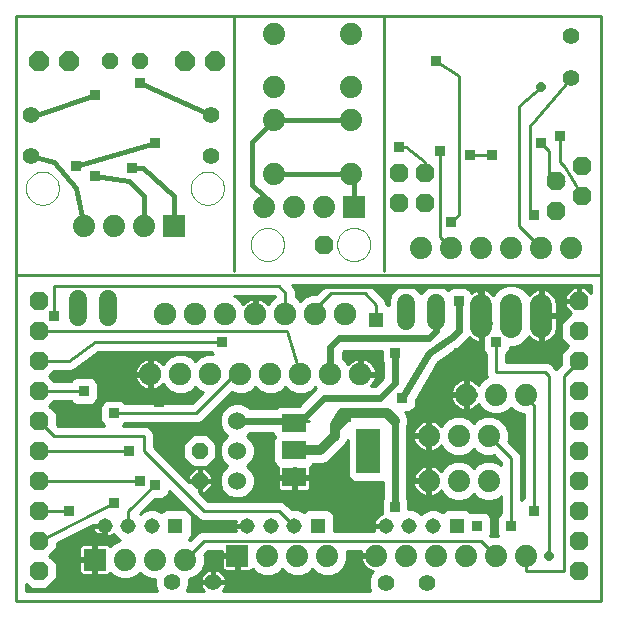
<source format=gbl>
G75*
G70*
%OFA0B0*%
%FSLAX24Y24*%
%IPPOS*%
%LPD*%
%AMOC8*
5,1,8,0,0,1.08239X$1,22.5*
%
%ADD10C,0.0000*%
%ADD11C,0.0100*%
%ADD12C,0.0748*%
%ADD13OC8,0.0630*%
%ADD14C,0.0600*%
%ADD15OC8,0.0520*%
%ADD16R,0.0790X0.0590*%
%ADD17R,0.0790X0.1500*%
%ADD18C,0.0600*%
%ADD19OC8,0.0660*%
%ADD20C,0.0740*%
%ADD21R,0.0515X0.0515*%
%ADD22C,0.0515*%
%ADD23C,0.0740*%
%ADD24R,0.0740X0.0740*%
%ADD25C,0.0551*%
%ADD26C,0.0240*%
%ADD27R,0.0317X0.0317*%
%ADD28R,0.0356X0.0356*%
%ADD29C,0.0320*%
%ADD30R,0.0472X0.0472*%
%ADD31OC8,0.0317*%
%ADD32C,0.0160*%
D10*
X000750Y000138D02*
X000750Y010995D01*
X020252Y010995D01*
X020252Y000138D01*
X000750Y000138D01*
X000750Y000150D02*
X000750Y019650D01*
X020250Y019650D01*
X020250Y000150D01*
X000750Y000150D01*
X008574Y012025D02*
X008576Y012072D01*
X008582Y012118D01*
X008592Y012164D01*
X008605Y012209D01*
X008623Y012252D01*
X008644Y012294D01*
X008668Y012334D01*
X008696Y012371D01*
X008727Y012406D01*
X008761Y012439D01*
X008797Y012468D01*
X008836Y012494D01*
X008877Y012517D01*
X008920Y012536D01*
X008964Y012552D01*
X009009Y012564D01*
X009055Y012572D01*
X009102Y012576D01*
X009148Y012576D01*
X009195Y012572D01*
X009241Y012564D01*
X009286Y012552D01*
X009330Y012536D01*
X009373Y012517D01*
X009414Y012494D01*
X009453Y012468D01*
X009489Y012439D01*
X009523Y012406D01*
X009554Y012371D01*
X009582Y012334D01*
X009606Y012294D01*
X009627Y012252D01*
X009645Y012209D01*
X009658Y012164D01*
X009668Y012118D01*
X009674Y012072D01*
X009676Y012025D01*
X009674Y011978D01*
X009668Y011932D01*
X009658Y011886D01*
X009645Y011841D01*
X009627Y011798D01*
X009606Y011756D01*
X009582Y011716D01*
X009554Y011679D01*
X009523Y011644D01*
X009489Y011611D01*
X009453Y011582D01*
X009414Y011556D01*
X009373Y011533D01*
X009330Y011514D01*
X009286Y011498D01*
X009241Y011486D01*
X009195Y011478D01*
X009148Y011474D01*
X009102Y011474D01*
X009055Y011478D01*
X009009Y011486D01*
X008964Y011498D01*
X008920Y011514D01*
X008877Y011533D01*
X008836Y011556D01*
X008797Y011582D01*
X008761Y011611D01*
X008727Y011644D01*
X008696Y011679D01*
X008668Y011716D01*
X008644Y011756D01*
X008623Y011798D01*
X008605Y011841D01*
X008592Y011886D01*
X008582Y011932D01*
X008576Y011978D01*
X008574Y012025D01*
X006574Y013900D02*
X006576Y013947D01*
X006582Y013993D01*
X006592Y014039D01*
X006605Y014084D01*
X006623Y014127D01*
X006644Y014169D01*
X006668Y014209D01*
X006696Y014246D01*
X006727Y014281D01*
X006761Y014314D01*
X006797Y014343D01*
X006836Y014369D01*
X006877Y014392D01*
X006920Y014411D01*
X006964Y014427D01*
X007009Y014439D01*
X007055Y014447D01*
X007102Y014451D01*
X007148Y014451D01*
X007195Y014447D01*
X007241Y014439D01*
X007286Y014427D01*
X007330Y014411D01*
X007373Y014392D01*
X007414Y014369D01*
X007453Y014343D01*
X007489Y014314D01*
X007523Y014281D01*
X007554Y014246D01*
X007582Y014209D01*
X007606Y014169D01*
X007627Y014127D01*
X007645Y014084D01*
X007658Y014039D01*
X007668Y013993D01*
X007674Y013947D01*
X007676Y013900D01*
X007674Y013853D01*
X007668Y013807D01*
X007658Y013761D01*
X007645Y013716D01*
X007627Y013673D01*
X007606Y013631D01*
X007582Y013591D01*
X007554Y013554D01*
X007523Y013519D01*
X007489Y013486D01*
X007453Y013457D01*
X007414Y013431D01*
X007373Y013408D01*
X007330Y013389D01*
X007286Y013373D01*
X007241Y013361D01*
X007195Y013353D01*
X007148Y013349D01*
X007102Y013349D01*
X007055Y013353D01*
X007009Y013361D01*
X006964Y013373D01*
X006920Y013389D01*
X006877Y013408D01*
X006836Y013431D01*
X006797Y013457D01*
X006761Y013486D01*
X006727Y013519D01*
X006696Y013554D01*
X006668Y013591D01*
X006644Y013631D01*
X006623Y013673D01*
X006605Y013716D01*
X006592Y013761D01*
X006582Y013807D01*
X006576Y013853D01*
X006574Y013900D01*
X001074Y013900D02*
X001076Y013947D01*
X001082Y013993D01*
X001092Y014039D01*
X001105Y014084D01*
X001123Y014127D01*
X001144Y014169D01*
X001168Y014209D01*
X001196Y014246D01*
X001227Y014281D01*
X001261Y014314D01*
X001297Y014343D01*
X001336Y014369D01*
X001377Y014392D01*
X001420Y014411D01*
X001464Y014427D01*
X001509Y014439D01*
X001555Y014447D01*
X001602Y014451D01*
X001648Y014451D01*
X001695Y014447D01*
X001741Y014439D01*
X001786Y014427D01*
X001830Y014411D01*
X001873Y014392D01*
X001914Y014369D01*
X001953Y014343D01*
X001989Y014314D01*
X002023Y014281D01*
X002054Y014246D01*
X002082Y014209D01*
X002106Y014169D01*
X002127Y014127D01*
X002145Y014084D01*
X002158Y014039D01*
X002168Y013993D01*
X002174Y013947D01*
X002176Y013900D01*
X002174Y013853D01*
X002168Y013807D01*
X002158Y013761D01*
X002145Y013716D01*
X002127Y013673D01*
X002106Y013631D01*
X002082Y013591D01*
X002054Y013554D01*
X002023Y013519D01*
X001989Y013486D01*
X001953Y013457D01*
X001914Y013431D01*
X001873Y013408D01*
X001830Y013389D01*
X001786Y013373D01*
X001741Y013361D01*
X001695Y013353D01*
X001648Y013349D01*
X001602Y013349D01*
X001555Y013353D01*
X001509Y013361D01*
X001464Y013373D01*
X001420Y013389D01*
X001377Y013408D01*
X001336Y013431D01*
X001297Y013457D01*
X001261Y013486D01*
X001227Y013519D01*
X001196Y013554D01*
X001168Y013591D01*
X001144Y013631D01*
X001123Y013673D01*
X001105Y013716D01*
X001092Y013761D01*
X001082Y013807D01*
X001076Y013853D01*
X001074Y013900D01*
X011449Y012025D02*
X011451Y012072D01*
X011457Y012118D01*
X011467Y012164D01*
X011480Y012209D01*
X011498Y012252D01*
X011519Y012294D01*
X011543Y012334D01*
X011571Y012371D01*
X011602Y012406D01*
X011636Y012439D01*
X011672Y012468D01*
X011711Y012494D01*
X011752Y012517D01*
X011795Y012536D01*
X011839Y012552D01*
X011884Y012564D01*
X011930Y012572D01*
X011977Y012576D01*
X012023Y012576D01*
X012070Y012572D01*
X012116Y012564D01*
X012161Y012552D01*
X012205Y012536D01*
X012248Y012517D01*
X012289Y012494D01*
X012328Y012468D01*
X012364Y012439D01*
X012398Y012406D01*
X012429Y012371D01*
X012457Y012334D01*
X012481Y012294D01*
X012502Y012252D01*
X012520Y012209D01*
X012533Y012164D01*
X012543Y012118D01*
X012549Y012072D01*
X012551Y012025D01*
X012549Y011978D01*
X012543Y011932D01*
X012533Y011886D01*
X012520Y011841D01*
X012502Y011798D01*
X012481Y011756D01*
X012457Y011716D01*
X012429Y011679D01*
X012398Y011644D01*
X012364Y011611D01*
X012328Y011582D01*
X012289Y011556D01*
X012248Y011533D01*
X012205Y011514D01*
X012161Y011498D01*
X012116Y011486D01*
X012070Y011478D01*
X012023Y011474D01*
X011977Y011474D01*
X011930Y011478D01*
X011884Y011486D01*
X011839Y011498D01*
X011795Y011514D01*
X011752Y011533D01*
X011711Y011556D01*
X011672Y011582D01*
X011636Y011611D01*
X011602Y011644D01*
X011571Y011679D01*
X011543Y011716D01*
X011519Y011756D01*
X011498Y011798D01*
X011480Y011841D01*
X011467Y011886D01*
X011457Y011932D01*
X011451Y011978D01*
X011449Y012025D01*
D11*
X011054Y010685D02*
X010962Y010593D01*
X010742Y010373D01*
X010594Y010373D01*
X010350Y010272D01*
X010226Y010148D01*
X010103Y010272D01*
X010066Y010287D01*
X010066Y010491D01*
X010015Y010616D01*
X009946Y010685D01*
X011054Y010685D01*
X010960Y010591D02*
X010025Y010591D01*
X010066Y010493D02*
X010862Y010493D01*
X010763Y010394D02*
X010066Y010394D01*
X010066Y010296D02*
X010407Y010296D01*
X010275Y010197D02*
X010177Y010197D01*
X009726Y010424D02*
X009726Y009709D01*
X009275Y010197D02*
X008920Y010197D01*
X008928Y010195D02*
X008849Y010220D01*
X008776Y010232D01*
X008776Y009759D01*
X008676Y009759D01*
X008676Y010232D01*
X008604Y010220D01*
X008525Y010195D01*
X008452Y010157D01*
X008385Y010109D01*
X008327Y010050D01*
X008312Y010030D01*
X008289Y010085D01*
X008103Y010272D01*
X008011Y010310D01*
X009359Y010310D01*
X009383Y010286D01*
X009350Y010272D01*
X009163Y010085D01*
X009141Y010030D01*
X009126Y010050D01*
X009068Y010109D01*
X009001Y010157D01*
X008928Y010195D01*
X008776Y010197D02*
X008676Y010197D01*
X008676Y010099D02*
X008776Y010099D01*
X008776Y010000D02*
X008676Y010000D01*
X008676Y009902D02*
X008776Y009902D01*
X008776Y009803D02*
X008676Y009803D01*
X008532Y010197D02*
X008177Y010197D01*
X008276Y010099D02*
X008375Y010099D01*
X008046Y010296D02*
X009374Y010296D01*
X009177Y010099D02*
X009078Y010099D01*
X009500Y010650D02*
X002000Y010650D01*
X002000Y009650D01*
X001500Y009150D02*
X009785Y009150D01*
X010226Y007709D01*
X010726Y007270D02*
X010758Y007238D01*
X010652Y007132D01*
X010165Y006645D01*
X009557Y006645D01*
X009451Y006601D01*
X009410Y006560D01*
X008549Y006560D01*
X008459Y006650D01*
X008242Y006740D01*
X008008Y006740D01*
X007791Y006650D01*
X007625Y006484D01*
X007535Y006267D01*
X007535Y006033D01*
X007625Y005816D01*
X007791Y005650D01*
X007625Y005484D01*
X007535Y005267D01*
X007535Y005033D01*
X007625Y004816D01*
X007791Y004650D01*
X007625Y004484D01*
X007121Y004484D01*
X007045Y004560D02*
X006905Y004560D01*
X006905Y004180D01*
X006845Y004180D01*
X006845Y004560D01*
X006705Y004560D01*
X006465Y004320D01*
X006465Y004180D01*
X006845Y004180D01*
X006845Y004120D01*
X006511Y004120D01*
X005340Y005291D01*
X005340Y005718D01*
X005288Y005843D01*
X005193Y005938D01*
X005068Y005990D01*
X004309Y005990D01*
X004323Y005996D01*
X004387Y006060D01*
X006818Y006060D01*
X007535Y006060D01*
X007535Y006159D02*
X006989Y006159D01*
X006943Y006112D02*
X007940Y007109D01*
X008094Y007045D01*
X008358Y007045D01*
X008603Y007146D01*
X008726Y007270D01*
X008850Y007146D01*
X009094Y007045D01*
X009358Y007045D01*
X009603Y007146D01*
X009726Y007270D01*
X009850Y007146D01*
X010094Y007045D01*
X010358Y007045D01*
X010603Y007146D01*
X010726Y007270D01*
X010698Y007242D02*
X010754Y007242D01*
X010664Y007144D02*
X010596Y007144D01*
X010565Y007045D02*
X007876Y007045D01*
X007777Y006947D02*
X010467Y006947D01*
X010368Y006848D02*
X007679Y006848D01*
X007580Y006750D02*
X010270Y006750D01*
X010171Y006651D02*
X008457Y006651D01*
X008596Y007144D02*
X008857Y007144D01*
X008754Y007242D02*
X008698Y007242D01*
X008226Y007709D02*
X008059Y007709D01*
X006750Y006400D01*
X004000Y006400D01*
X003552Y006356D02*
X002105Y006356D01*
X002105Y006401D02*
X002105Y006026D01*
X002141Y005990D01*
X003691Y005990D01*
X003677Y005996D01*
X003596Y006077D01*
X003552Y006184D01*
X003552Y006616D01*
X003596Y006723D01*
X003677Y006804D01*
X003784Y006848D01*
X004216Y006848D01*
X004323Y006804D01*
X004387Y006740D01*
X006609Y006740D01*
X006967Y007098D01*
X006850Y007146D01*
X006726Y007270D01*
X006603Y007146D01*
X006358Y007045D01*
X006094Y007045D01*
X005850Y007146D01*
X005663Y007333D01*
X005641Y007388D01*
X005626Y007368D01*
X005568Y007309D01*
X005501Y007261D01*
X005428Y007223D01*
X005349Y007198D01*
X005276Y007186D01*
X005276Y007659D01*
X005176Y007659D01*
X004704Y007659D01*
X004715Y007586D01*
X004741Y007508D01*
X004778Y007434D01*
X004827Y007368D01*
X004885Y007309D01*
X004952Y007261D01*
X005025Y007223D01*
X005104Y007198D01*
X005176Y007186D01*
X005176Y007659D01*
X005176Y007759D01*
X004704Y007759D01*
X004715Y007832D01*
X004741Y007910D01*
X004778Y007984D01*
X004827Y008050D01*
X004885Y008109D01*
X004952Y008157D01*
X005025Y008195D01*
X005104Y008220D01*
X005176Y008232D01*
X005176Y007759D01*
X005276Y007759D01*
X005276Y008232D01*
X005349Y008220D01*
X005428Y008195D01*
X005501Y008157D01*
X005568Y008109D01*
X005626Y008050D01*
X005641Y008030D01*
X005663Y008085D01*
X005850Y008272D01*
X006094Y008373D01*
X006358Y008373D01*
X006603Y008272D01*
X006726Y008148D01*
X006850Y008272D01*
X007094Y008373D01*
X007300Y008373D01*
X007238Y008435D01*
X003484Y008435D01*
X002721Y007890D01*
X002693Y007862D01*
X002666Y007851D01*
X002643Y007834D01*
X002604Y007825D01*
X002568Y007810D01*
X002539Y007810D01*
X002511Y007804D01*
X002472Y007810D01*
X002016Y007810D01*
X001856Y007650D01*
X002016Y007490D01*
X002575Y007490D01*
X002576Y007492D01*
X002658Y007574D01*
X002764Y007618D01*
X003236Y007618D01*
X003342Y007574D01*
X003424Y007492D01*
X003468Y007386D01*
X003468Y006914D01*
X003424Y006808D01*
X003342Y006726D01*
X003236Y006682D01*
X002764Y006682D01*
X002658Y006726D01*
X002576Y006808D01*
X002575Y006810D01*
X002016Y006810D01*
X001856Y006650D01*
X002105Y006401D01*
X002052Y006454D02*
X003552Y006454D01*
X003552Y006553D02*
X001953Y006553D01*
X001857Y006651D02*
X003566Y006651D01*
X003623Y006750D02*
X003366Y006750D01*
X003441Y006848D02*
X003783Y006848D01*
X003468Y006947D02*
X006816Y006947D01*
X006914Y007045D02*
X003468Y007045D01*
X003468Y007144D02*
X005857Y007144D01*
X005754Y007242D02*
X005464Y007242D01*
X005599Y007341D02*
X005660Y007341D01*
X005276Y007341D02*
X005176Y007341D01*
X005176Y007439D02*
X005276Y007439D01*
X005250Y007483D02*
X005250Y007150D01*
X005500Y006775D01*
X005276Y007242D02*
X005176Y007242D01*
X004989Y007242D02*
X003468Y007242D01*
X003468Y007341D02*
X004854Y007341D01*
X004776Y007439D02*
X003446Y007439D01*
X003379Y007538D02*
X004731Y007538D01*
X004707Y007636D02*
X001870Y007636D01*
X001940Y007735D02*
X005176Y007735D01*
X005226Y007709D02*
X005250Y007483D01*
X005276Y007538D02*
X005176Y007538D01*
X005176Y007636D02*
X005276Y007636D01*
X005276Y007833D02*
X005176Y007833D01*
X005176Y007932D02*
X005276Y007932D01*
X005276Y008030D02*
X005176Y008030D01*
X005176Y008129D02*
X005276Y008129D01*
X005276Y008227D02*
X005176Y008227D01*
X005147Y008227D02*
X003193Y008227D01*
X003331Y008326D02*
X005980Y008326D01*
X005805Y008227D02*
X005306Y008227D01*
X004912Y008129D02*
X003055Y008129D01*
X002917Y008030D02*
X004812Y008030D01*
X004752Y007932D02*
X002779Y007932D01*
X002638Y007833D02*
X004716Y007833D01*
X005541Y008129D02*
X005707Y008129D01*
X006473Y008326D02*
X006980Y008326D01*
X006805Y008227D02*
X006647Y008227D01*
X007249Y008424D02*
X003469Y008424D01*
X003375Y008775D02*
X002500Y008150D01*
X001500Y008150D01*
X001968Y007538D02*
X002621Y007538D01*
X003000Y007150D02*
X001500Y007150D01*
X001955Y006750D02*
X002634Y006750D01*
X002105Y006257D02*
X003552Y006257D01*
X003562Y006159D02*
X002105Y006159D01*
X002105Y006060D02*
X003613Y006060D01*
X004217Y006848D02*
X006717Y006848D01*
X006619Y006750D02*
X004377Y006750D01*
X005136Y005962D02*
X007564Y005962D01*
X007605Y005863D02*
X005268Y005863D01*
X005321Y005765D02*
X007676Y005765D01*
X007775Y005666D02*
X007137Y005666D01*
X007103Y005700D02*
X006647Y005700D01*
X006325Y005378D01*
X006325Y004922D01*
X006647Y004600D01*
X007103Y004600D01*
X007425Y004922D01*
X007425Y005378D01*
X007103Y005700D01*
X007235Y005568D02*
X007708Y005568D01*
X007619Y005469D02*
X007334Y005469D01*
X007425Y005371D02*
X007578Y005371D01*
X007537Y005272D02*
X007425Y005272D01*
X007425Y005174D02*
X007535Y005174D01*
X007535Y005075D02*
X007425Y005075D01*
X007425Y004977D02*
X007558Y004977D01*
X007599Y004878D02*
X007381Y004878D01*
X007282Y004780D02*
X007661Y004780D01*
X007760Y004681D02*
X007184Y004681D01*
X007045Y004560D02*
X007285Y004320D01*
X007285Y004180D01*
X006905Y004180D01*
X006905Y004120D01*
X007285Y004120D01*
X007285Y003980D01*
X007045Y003740D01*
X006905Y003740D01*
X006905Y004120D01*
X006845Y004120D01*
X006845Y003786D01*
X007141Y003490D01*
X009568Y003490D01*
X009693Y003438D01*
X009788Y003343D01*
X009933Y003197D01*
X010128Y003197D01*
X010329Y003114D01*
X010337Y003106D01*
X010384Y003153D01*
X010491Y003197D01*
X011121Y003197D01*
X011228Y003153D01*
X011309Y003072D01*
X011354Y002965D01*
X011354Y002490D01*
X012693Y002490D01*
X012691Y002494D01*
X012671Y002555D01*
X012661Y002618D01*
X012661Y002621D01*
X013040Y002621D01*
X013040Y002679D01*
X012661Y002679D01*
X012661Y002682D01*
X012671Y002745D01*
X012691Y002806D01*
X012720Y002864D01*
X012758Y002915D01*
X012803Y002961D01*
X012855Y002999D01*
X012912Y003028D01*
X012936Y003035D01*
X012927Y003059D01*
X012927Y003491D01*
X012965Y003584D01*
X012965Y004119D01*
X012943Y004110D01*
X012037Y004110D01*
X011931Y004154D01*
X011849Y004236D01*
X011805Y004342D01*
X011805Y005512D01*
X011756Y005395D01*
X011630Y005269D01*
X011140Y004779D01*
X010975Y004710D01*
X010655Y004710D01*
X010651Y004701D01*
X010569Y004619D01*
X010546Y004609D01*
X010555Y004575D01*
X010555Y004310D01*
X010060Y004310D01*
X010060Y004210D01*
X010555Y004210D01*
X010555Y003945D01*
X010545Y003907D01*
X010525Y003873D01*
X010497Y003845D01*
X010463Y003825D01*
X010425Y003815D01*
X010060Y003815D01*
X010060Y004210D01*
X009960Y004210D01*
X009960Y003815D01*
X009595Y003815D01*
X009557Y003825D01*
X009523Y003845D01*
X009495Y003873D01*
X009475Y003907D01*
X009465Y003945D01*
X009465Y004210D01*
X009960Y004210D01*
X009960Y004310D01*
X009960Y004575D01*
X010060Y004575D01*
X010060Y004310D01*
X009960Y004310D01*
X009465Y004310D01*
X009465Y004575D01*
X009474Y004609D01*
X009451Y004619D01*
X009369Y004701D01*
X009325Y004807D01*
X009325Y005513D01*
X009365Y005610D01*
X009325Y005707D01*
X009325Y005740D01*
X008549Y005740D01*
X008459Y005650D01*
X008625Y005484D01*
X008715Y005267D01*
X008715Y005033D01*
X008625Y004816D01*
X008459Y004650D01*
X008625Y004484D01*
X009465Y004484D01*
X009465Y004386D02*
X008666Y004386D01*
X008625Y004484D02*
X008715Y004267D01*
X008715Y004033D01*
X008625Y003816D01*
X008459Y003650D01*
X008242Y003560D01*
X008008Y003560D01*
X007791Y003650D01*
X007625Y003816D01*
X007535Y004033D01*
X007535Y004267D01*
X007625Y004484D01*
X007584Y004386D02*
X007219Y004386D01*
X007285Y004287D02*
X007543Y004287D01*
X007535Y004189D02*
X007285Y004189D01*
X007285Y004090D02*
X007535Y004090D01*
X007552Y003992D02*
X007285Y003992D01*
X007198Y003893D02*
X007593Y003893D01*
X007646Y003795D02*
X007099Y003795D01*
X006935Y003696D02*
X007745Y003696D01*
X007917Y003598D02*
X007033Y003598D01*
X007132Y003499D02*
X012930Y003499D01*
X012927Y003401D02*
X009730Y003401D01*
X009829Y003302D02*
X012927Y003302D01*
X012927Y003204D02*
X009927Y003204D01*
X009500Y003150D02*
X010000Y002650D01*
X010019Y002650D01*
X009500Y003150D02*
X007000Y003150D01*
X005000Y005150D01*
X005000Y005650D01*
X002000Y005650D01*
X001500Y006150D01*
X001500Y005150D02*
X004500Y005150D01*
X005359Y005272D02*
X006325Y005272D01*
X006325Y005174D02*
X005457Y005174D01*
X005556Y005075D02*
X006325Y005075D01*
X006325Y004977D02*
X005654Y004977D01*
X005753Y004878D02*
X006369Y004878D01*
X006468Y004780D02*
X005851Y004780D01*
X005950Y004681D02*
X006566Y004681D01*
X006629Y004484D02*
X006147Y004484D01*
X006245Y004386D02*
X006531Y004386D01*
X006465Y004287D02*
X006344Y004287D01*
X006442Y004189D02*
X006465Y004189D01*
X006845Y004189D02*
X006905Y004189D01*
X006905Y004287D02*
X006845Y004287D01*
X006845Y004386D02*
X006905Y004386D01*
X006905Y004484D02*
X006845Y004484D01*
X006845Y004090D02*
X006905Y004090D01*
X006905Y003992D02*
X006845Y003992D01*
X006845Y003893D02*
X006905Y003893D01*
X006905Y003795D02*
X006845Y003795D01*
X006367Y003302D02*
X005133Y003302D01*
X005160Y003197D02*
X004959Y003114D01*
X004875Y003031D01*
X004868Y003037D01*
X005388Y003557D01*
X005611Y003557D01*
X005717Y003601D01*
X005799Y003683D01*
X005843Y003789D01*
X005843Y003826D01*
X006807Y002862D01*
X006932Y002810D01*
X008068Y002810D01*
X008066Y002806D01*
X008046Y002745D01*
X008036Y002682D01*
X008036Y002679D01*
X008415Y002679D01*
X008415Y002621D01*
X008036Y002621D01*
X008036Y002618D01*
X008046Y002555D01*
X008066Y002494D01*
X008068Y002490D01*
X006932Y002490D01*
X006807Y002438D01*
X006712Y002343D01*
X006540Y002171D01*
X006513Y002182D01*
X006559Y002228D01*
X006604Y002335D01*
X006604Y002965D01*
X006559Y003072D01*
X006478Y003153D01*
X006371Y003197D01*
X005741Y003197D01*
X005634Y003153D01*
X005587Y003106D01*
X005579Y003114D01*
X005378Y003197D01*
X005160Y003197D01*
X005034Y003204D02*
X006466Y003204D01*
X006526Y003105D02*
X006564Y003105D01*
X006586Y003007D02*
X006663Y003007D01*
X006604Y002908D02*
X006761Y002908D01*
X006604Y002810D02*
X008068Y002810D01*
X008041Y002711D02*
X006604Y002711D01*
X006604Y002613D02*
X008037Y002613D01*
X008060Y002514D02*
X006604Y002514D01*
X006604Y002416D02*
X006785Y002416D01*
X006686Y002317D02*
X006596Y002317D01*
X006588Y002219D02*
X006550Y002219D01*
X007000Y002150D02*
X016250Y002150D01*
X016750Y001650D01*
X016825Y002310D02*
X016619Y002310D01*
X016585Y002296D01*
X016556Y002325D01*
X016593Y002414D01*
X016593Y002886D01*
X016549Y002992D01*
X016467Y003074D01*
X016361Y003118D01*
X015889Y003118D01*
X015888Y003118D01*
X015853Y003153D01*
X015746Y003197D01*
X015116Y003197D01*
X015009Y003153D01*
X014962Y003106D01*
X014954Y003114D01*
X014753Y003197D01*
X014535Y003197D01*
X014334Y003114D01*
X014250Y003031D01*
X014166Y003114D01*
X013965Y003197D01*
X013823Y003197D01*
X013823Y003491D01*
X013785Y003584D01*
X013785Y005964D01*
X013825Y006060D01*
X014180Y006060D01*
X014161Y006047D02*
X014103Y005989D01*
X014055Y005923D01*
X014018Y005850D01*
X013993Y005772D01*
X013981Y005700D01*
X014450Y005700D01*
X014450Y006169D01*
X014378Y006157D01*
X014300Y006132D01*
X014227Y006095D01*
X014161Y006047D01*
X014084Y005962D02*
X013785Y005962D01*
X013785Y005863D02*
X014025Y005863D01*
X013992Y005765D02*
X013785Y005765D01*
X013785Y005666D02*
X014450Y005666D01*
X014450Y005700D02*
X014450Y005600D01*
X013981Y005600D01*
X013993Y005528D01*
X014018Y005450D01*
X014055Y005377D01*
X014103Y005311D01*
X014161Y005253D01*
X014227Y005205D01*
X014300Y005168D01*
X014378Y005143D01*
X014450Y005131D01*
X014450Y005600D01*
X014550Y005600D01*
X014550Y005131D01*
X014622Y005143D01*
X014700Y005168D01*
X014773Y005205D01*
X014839Y005253D01*
X014897Y005311D01*
X014915Y005337D01*
X014940Y005276D01*
X015126Y005090D01*
X015369Y004990D01*
X015631Y004990D01*
X015874Y005090D01*
X016000Y005217D01*
X016126Y005090D01*
X016369Y004990D01*
X016631Y004990D01*
X016665Y005004D01*
X016910Y004759D01*
X016910Y004673D01*
X016874Y004710D01*
X016631Y004810D01*
X016369Y004810D01*
X016126Y004710D01*
X016000Y004583D01*
X015874Y004710D01*
X015631Y004810D01*
X015369Y004810D01*
X015126Y004710D01*
X014940Y004524D01*
X014915Y004463D01*
X014897Y004489D01*
X014839Y004547D01*
X014773Y004595D01*
X014700Y004632D01*
X014622Y004657D01*
X014550Y004669D01*
X014550Y004200D01*
X014450Y004200D01*
X014450Y004669D01*
X014378Y004657D01*
X014300Y004632D01*
X014227Y004595D01*
X014161Y004547D01*
X014103Y004489D01*
X014055Y004423D01*
X014018Y004350D01*
X013993Y004272D01*
X013981Y004200D01*
X014450Y004200D01*
X014450Y004100D01*
X014550Y004100D01*
X014550Y003631D01*
X014622Y003643D01*
X014700Y003668D01*
X014773Y003705D01*
X014839Y003753D01*
X014897Y003811D01*
X014915Y003837D01*
X014940Y003776D01*
X015126Y003590D01*
X015369Y003490D01*
X015631Y003490D01*
X015874Y003590D01*
X016000Y003717D01*
X016126Y003590D01*
X016369Y003490D01*
X016631Y003490D01*
X016874Y003590D01*
X016910Y003627D01*
X016910Y003075D01*
X016908Y003074D01*
X016826Y002992D01*
X016782Y002886D01*
X016782Y002414D01*
X016825Y002310D01*
X016822Y002317D02*
X016564Y002317D01*
X016593Y002416D02*
X016782Y002416D01*
X016782Y002514D02*
X016593Y002514D01*
X016593Y002613D02*
X016782Y002613D01*
X016782Y002711D02*
X016593Y002711D01*
X016593Y002810D02*
X016782Y002810D01*
X016791Y002908D02*
X016584Y002908D01*
X016535Y003007D02*
X016840Y003007D01*
X016910Y003105D02*
X016392Y003105D01*
X016347Y003499D02*
X015653Y003499D01*
X015881Y003598D02*
X016119Y003598D01*
X016021Y003696D02*
X015979Y003696D01*
X015347Y003499D02*
X013820Y003499D01*
X013823Y003401D02*
X016910Y003401D01*
X016910Y003499D02*
X016653Y003499D01*
X016881Y003598D02*
X016910Y003598D01*
X016910Y003302D02*
X013823Y003302D01*
X013823Y003204D02*
X016910Y003204D01*
X017250Y002650D02*
X017250Y004900D01*
X016500Y005650D01*
X016000Y006083D02*
X015874Y006210D01*
X015631Y006310D01*
X015369Y006310D01*
X015126Y006210D01*
X014940Y006024D01*
X014915Y005963D01*
X014897Y005989D01*
X014839Y006047D01*
X014773Y006095D01*
X014700Y006132D01*
X014622Y006157D01*
X014550Y006169D01*
X014550Y005700D01*
X014450Y005700D01*
X014450Y005765D02*
X014550Y005765D01*
X014550Y005863D02*
X014450Y005863D01*
X014450Y005962D02*
X014550Y005962D01*
X014550Y006060D02*
X014450Y006060D01*
X014450Y006159D02*
X014550Y006159D01*
X014613Y006159D02*
X015075Y006159D01*
X014977Y006060D02*
X014820Y006060D01*
X014387Y006159D02*
X013825Y006159D01*
X013825Y006240D02*
X013756Y006405D01*
X013710Y006452D01*
X013841Y006452D01*
X013948Y006496D01*
X014029Y006577D01*
X014073Y006684D01*
X014073Y006855D01*
X014806Y008111D01*
X015444Y008537D01*
X015482Y008552D01*
X015511Y008581D01*
X015545Y008604D01*
X015568Y008638D01*
X015848Y008918D01*
X015856Y008938D01*
X015911Y008883D01*
X015977Y008835D01*
X016050Y008798D01*
X016128Y008773D01*
X016200Y008761D01*
X016200Y009600D01*
X016300Y009600D01*
X016300Y008761D01*
X016302Y008762D01*
X016302Y008559D01*
X016346Y008452D01*
X016410Y008388D01*
X016410Y007707D01*
X016448Y007614D01*
X016376Y007585D01*
X016190Y007399D01*
X016165Y007338D01*
X016147Y007364D01*
X016089Y007422D01*
X016023Y007470D01*
X015950Y007507D01*
X015872Y007532D01*
X015800Y007544D01*
X015800Y007075D01*
X016090Y007075D01*
X016090Y006975D01*
X015800Y006975D01*
X015800Y007075D01*
X015700Y007075D01*
X015700Y007544D01*
X015628Y007532D01*
X015550Y007507D01*
X015477Y007470D01*
X015411Y007422D01*
X015353Y007364D01*
X015305Y007298D01*
X015268Y007225D01*
X015243Y007147D01*
X015231Y007075D01*
X015700Y007075D01*
X015700Y006975D01*
X015800Y006975D01*
X015800Y006506D01*
X015872Y006518D01*
X015950Y006543D01*
X016023Y006580D01*
X016089Y006628D01*
X016147Y006686D01*
X016165Y006712D01*
X016190Y006651D01*
X016376Y006465D01*
X016619Y006365D01*
X016881Y006365D01*
X017124Y006465D01*
X017250Y006592D01*
X017376Y006465D01*
X017619Y006365D01*
X017660Y006365D01*
X017660Y003575D01*
X017658Y003574D01*
X017590Y003506D01*
X017590Y004968D01*
X017538Y005093D01*
X017146Y005485D01*
X017160Y005519D01*
X017160Y005781D01*
X017060Y006024D01*
X016874Y006210D01*
X016631Y006310D01*
X016369Y006310D01*
X016126Y006210D01*
X016000Y006083D01*
X015925Y006159D02*
X016075Y006159D01*
X016241Y006257D02*
X015759Y006257D01*
X015700Y006506D02*
X015700Y006975D01*
X015231Y006975D01*
X015243Y006903D01*
X015268Y006825D01*
X015305Y006752D01*
X015353Y006686D01*
X015411Y006628D01*
X015477Y006580D01*
X015550Y006543D01*
X015628Y006518D01*
X015700Y006506D01*
X015700Y006553D02*
X015800Y006553D01*
X015800Y006651D02*
X015700Y006651D01*
X015700Y006750D02*
X015800Y006750D01*
X015800Y006848D02*
X015700Y006848D01*
X015700Y006947D02*
X015800Y006947D01*
X015800Y007045D02*
X016090Y007045D01*
X015800Y007144D02*
X015700Y007144D01*
X015700Y007242D02*
X015800Y007242D01*
X015800Y007341D02*
X015700Y007341D01*
X015700Y007439D02*
X015800Y007439D01*
X015800Y007538D02*
X015700Y007538D01*
X015662Y007538D02*
X014472Y007538D01*
X014529Y007636D02*
X016440Y007636D01*
X016410Y007735D02*
X014586Y007735D01*
X014644Y007833D02*
X016410Y007833D01*
X016410Y007932D02*
X014701Y007932D01*
X014759Y008030D02*
X016410Y008030D01*
X016410Y008129D02*
X014832Y008129D01*
X014980Y008227D02*
X016410Y008227D01*
X016410Y008326D02*
X015127Y008326D01*
X015275Y008424D02*
X016374Y008424D01*
X016317Y008523D02*
X015423Y008523D01*
X015557Y008621D02*
X016302Y008621D01*
X016302Y008720D02*
X015649Y008720D01*
X015748Y008818D02*
X016011Y008818D01*
X015878Y008917D02*
X015846Y008917D01*
X016200Y008917D02*
X016300Y008917D01*
X016300Y009015D02*
X016200Y009015D01*
X016200Y009114D02*
X016300Y009114D01*
X016300Y009212D02*
X016200Y009212D01*
X016200Y009311D02*
X016300Y009311D01*
X016300Y009409D02*
X016200Y009409D01*
X016200Y009508D02*
X016300Y009508D01*
X016300Y009700D02*
X016200Y009700D01*
X016200Y010539D01*
X016128Y010527D01*
X016050Y010502D01*
X015977Y010465D01*
X015924Y010426D01*
X015904Y010473D01*
X015823Y010554D01*
X015716Y010598D01*
X015284Y010598D01*
X015177Y010554D01*
X015141Y010518D01*
X015084Y010575D01*
X014867Y010665D01*
X014633Y010665D01*
X014416Y010575D01*
X014250Y010409D01*
X014084Y010575D01*
X013867Y010665D01*
X013633Y010665D01*
X013416Y010575D01*
X013250Y010409D01*
X013160Y010192D01*
X013160Y009998D01*
X013150Y010007D01*
X013090Y010032D01*
X013090Y010093D01*
X013038Y010218D01*
X012943Y010313D01*
X012571Y010685D01*
X019910Y010685D01*
X019910Y010398D01*
X019693Y010615D01*
X019540Y010615D01*
X019540Y010190D01*
X019460Y010190D01*
X019460Y010615D01*
X019307Y010615D01*
X019035Y010343D01*
X019035Y010190D01*
X019460Y010190D01*
X019460Y010110D01*
X019035Y010110D01*
X019035Y009957D01*
X019243Y009749D01*
X018895Y009401D01*
X018895Y008899D01*
X019144Y008650D01*
X018895Y008401D01*
X018895Y008026D01*
X018807Y007938D01*
X018750Y007881D01*
X018693Y007938D01*
X018568Y008063D01*
X018443Y008115D01*
X017090Y008115D01*
X017090Y008388D01*
X017154Y008452D01*
X017198Y008559D01*
X017198Y008620D01*
X017381Y008620D01*
X017624Y008720D01*
X017810Y008906D01*
X017835Y008967D01*
X017853Y008941D01*
X017911Y008883D01*
X017977Y008835D01*
X018050Y008798D01*
X018128Y008773D01*
X018200Y008761D01*
X018200Y009600D01*
X018300Y009600D01*
X018300Y009700D01*
X018200Y009700D01*
X018200Y010539D01*
X018128Y010527D01*
X018050Y010502D01*
X017977Y010465D01*
X017911Y010417D01*
X017853Y010359D01*
X017835Y010333D01*
X017810Y010394D01*
X017624Y010580D01*
X017381Y010680D01*
X017119Y010680D01*
X016876Y010580D01*
X016690Y010394D01*
X016665Y010333D01*
X016647Y010359D01*
X016589Y010417D01*
X016523Y010465D01*
X016450Y010502D01*
X016372Y010527D01*
X016300Y010539D01*
X016300Y009700D01*
X016300Y009705D02*
X016200Y009705D01*
X016200Y009803D02*
X016300Y009803D01*
X016300Y009902D02*
X016200Y009902D01*
X016200Y010000D02*
X016300Y010000D01*
X016300Y010099D02*
X016200Y010099D01*
X016200Y010197D02*
X016300Y010197D01*
X016300Y010296D02*
X016200Y010296D01*
X016200Y010394D02*
X016300Y010394D01*
X016300Y010493D02*
X016200Y010493D01*
X016032Y010493D02*
X015884Y010493D01*
X015734Y010591D02*
X016904Y010591D01*
X016789Y010493D02*
X016468Y010493D01*
X016611Y010394D02*
X016691Y010394D01*
X017596Y010591D02*
X019283Y010591D01*
X019185Y010493D02*
X018468Y010493D01*
X018450Y010502D02*
X018372Y010527D01*
X018300Y010539D01*
X018300Y009700D01*
X018770Y009700D01*
X018770Y010061D01*
X018757Y010142D01*
X018732Y010220D01*
X018695Y010293D01*
X018647Y010359D01*
X018589Y010417D01*
X018523Y010465D01*
X018450Y010502D01*
X018300Y010493D02*
X018200Y010493D01*
X018200Y010394D02*
X018300Y010394D01*
X018300Y010296D02*
X018200Y010296D01*
X018200Y010197D02*
X018300Y010197D01*
X018300Y010099D02*
X018200Y010099D01*
X018200Y010000D02*
X018300Y010000D01*
X018300Y009902D02*
X018200Y009902D01*
X018200Y009803D02*
X018300Y009803D01*
X018300Y009705D02*
X018200Y009705D01*
X018300Y009606D02*
X019100Y009606D01*
X019002Y009508D02*
X018770Y009508D01*
X018770Y009600D02*
X018300Y009600D01*
X018300Y008761D01*
X018372Y008773D01*
X018450Y008798D01*
X018523Y008835D01*
X018589Y008883D01*
X018647Y008941D01*
X018695Y009007D01*
X018732Y009080D01*
X018757Y009158D01*
X018770Y009239D01*
X018770Y009600D01*
X018770Y009705D02*
X019199Y009705D01*
X019189Y009803D02*
X018770Y009803D01*
X018770Y009902D02*
X019091Y009902D01*
X019035Y010000D02*
X018770Y010000D01*
X018764Y010099D02*
X019035Y010099D01*
X019035Y010197D02*
X018739Y010197D01*
X018693Y010296D02*
X019035Y010296D01*
X019086Y010394D02*
X018611Y010394D01*
X018032Y010493D02*
X017711Y010493D01*
X017809Y010394D02*
X017889Y010394D01*
X018200Y009508D02*
X018300Y009508D01*
X018300Y009409D02*
X018200Y009409D01*
X018200Y009311D02*
X018300Y009311D01*
X018300Y009212D02*
X018200Y009212D01*
X018200Y009114D02*
X018300Y009114D01*
X018300Y009015D02*
X018200Y009015D01*
X018200Y008917D02*
X018300Y008917D01*
X018300Y008818D02*
X018200Y008818D01*
X018011Y008818D02*
X017721Y008818D01*
X017814Y008917D02*
X017878Y008917D01*
X017622Y008720D02*
X019075Y008720D01*
X019115Y008621D02*
X017384Y008621D01*
X017183Y008523D02*
X019017Y008523D01*
X018918Y008424D02*
X017126Y008424D01*
X017090Y008326D02*
X018895Y008326D01*
X018895Y008227D02*
X017090Y008227D01*
X017090Y008129D02*
X018895Y008129D01*
X018895Y008030D02*
X018601Y008030D01*
X018699Y007932D02*
X018801Y007932D01*
X019000Y007650D02*
X019000Y001150D01*
X017750Y001150D01*
X017750Y001650D01*
X018500Y001650D02*
X018500Y007650D01*
X018375Y007775D01*
X016750Y007775D01*
X016750Y008775D01*
X016300Y008818D02*
X016200Y008818D01*
X016329Y007538D02*
X015838Y007538D01*
X016065Y007439D02*
X016231Y007439D01*
X016166Y007341D02*
X016164Y007341D01*
X015700Y007045D02*
X014184Y007045D01*
X014127Y006947D02*
X015236Y006947D01*
X015261Y006848D02*
X014073Y006848D01*
X014073Y006750D02*
X015307Y006750D01*
X015389Y006651D02*
X014060Y006651D01*
X014004Y006553D02*
X015532Y006553D01*
X015241Y006257D02*
X013818Y006257D01*
X013825Y006240D02*
X013825Y006060D01*
X013777Y006356D02*
X017660Y006356D01*
X017660Y006257D02*
X016759Y006257D01*
X016925Y006159D02*
X017660Y006159D01*
X017660Y006060D02*
X017023Y006060D01*
X017085Y005962D02*
X017660Y005962D01*
X017660Y005863D02*
X017126Y005863D01*
X017160Y005765D02*
X017660Y005765D01*
X017660Y005666D02*
X017160Y005666D01*
X017160Y005568D02*
X017660Y005568D01*
X017660Y005469D02*
X017162Y005469D01*
X017260Y005371D02*
X017660Y005371D01*
X017660Y005272D02*
X017359Y005272D01*
X017457Y005174D02*
X017660Y005174D01*
X017660Y005075D02*
X017546Y005075D01*
X017586Y004977D02*
X017660Y004977D01*
X017660Y004878D02*
X017590Y004878D01*
X017590Y004780D02*
X017660Y004780D01*
X017660Y004681D02*
X017590Y004681D01*
X017590Y004583D02*
X017660Y004583D01*
X017660Y004484D02*
X017590Y004484D01*
X017590Y004386D02*
X017660Y004386D01*
X017660Y004287D02*
X017590Y004287D01*
X017590Y004189D02*
X017660Y004189D01*
X017660Y004090D02*
X017590Y004090D01*
X017590Y003992D02*
X017660Y003992D01*
X017660Y003893D02*
X017590Y003893D01*
X017590Y003795D02*
X017660Y003795D01*
X017660Y003696D02*
X017590Y003696D01*
X017590Y003598D02*
X017660Y003598D01*
X018000Y003150D02*
X018000Y006650D01*
X017750Y007025D01*
X017289Y006553D02*
X017211Y006553D01*
X017096Y006454D02*
X017404Y006454D01*
X016404Y006454D02*
X013847Y006454D01*
X014242Y007144D02*
X015242Y007144D01*
X015277Y007242D02*
X014299Y007242D01*
X014357Y007341D02*
X015336Y007341D01*
X015435Y007439D02*
X014414Y007439D01*
X012965Y007570D02*
X012705Y007310D01*
X012568Y007310D01*
X012626Y007368D01*
X012675Y007434D01*
X012712Y007508D01*
X012737Y007586D01*
X012749Y007659D01*
X012276Y007659D01*
X012276Y007759D01*
X012176Y007759D01*
X012176Y008232D01*
X012104Y008220D01*
X012025Y008195D01*
X011952Y008157D01*
X011885Y008109D01*
X011827Y008050D01*
X011812Y008030D01*
X011789Y008085D01*
X011636Y008238D01*
X011636Y008457D01*
X011670Y008490D01*
X012927Y008490D01*
X012927Y008184D01*
X012965Y008091D01*
X012965Y007570D01*
X012933Y007538D02*
X012722Y007538D01*
X012745Y007636D02*
X012965Y007636D01*
X012965Y007735D02*
X012276Y007735D01*
X012276Y007759D02*
X012749Y007759D01*
X012737Y007832D01*
X012712Y007910D01*
X012675Y007984D01*
X012626Y008050D01*
X012568Y008109D01*
X012501Y008157D01*
X012428Y008195D01*
X012349Y008220D01*
X012276Y008232D01*
X012276Y007759D01*
X012276Y007833D02*
X012176Y007833D01*
X012176Y007932D02*
X012276Y007932D01*
X012276Y008030D02*
X012176Y008030D01*
X012176Y008129D02*
X012276Y008129D01*
X012276Y008227D02*
X012176Y008227D01*
X012147Y008227D02*
X011647Y008227D01*
X011636Y008326D02*
X012927Y008326D01*
X012927Y008424D02*
X011636Y008424D01*
X011746Y008129D02*
X011912Y008129D01*
X012306Y008227D02*
X012927Y008227D01*
X012950Y008129D02*
X012541Y008129D01*
X012641Y008030D02*
X012965Y008030D01*
X012965Y007932D02*
X012701Y007932D01*
X012737Y007833D02*
X012965Y007833D01*
X012834Y007439D02*
X012677Y007439D01*
X012736Y007341D02*
X012599Y007341D01*
X011805Y005469D02*
X011787Y005469D01*
X011805Y005371D02*
X011732Y005371D01*
X011805Y005272D02*
X011633Y005272D01*
X011535Y005174D02*
X011805Y005174D01*
X011805Y005075D02*
X011436Y005075D01*
X011338Y004977D02*
X011805Y004977D01*
X011805Y004878D02*
X011239Y004878D01*
X011141Y004780D02*
X011805Y004780D01*
X011805Y004681D02*
X010631Y004681D01*
X010553Y004583D02*
X011805Y004583D01*
X011805Y004484D02*
X010555Y004484D01*
X010555Y004386D02*
X011805Y004386D01*
X011828Y004287D02*
X010060Y004287D01*
X010060Y004189D02*
X009960Y004189D01*
X009960Y004287D02*
X008707Y004287D01*
X008715Y004189D02*
X009465Y004189D01*
X009465Y004090D02*
X008715Y004090D01*
X008698Y003992D02*
X009465Y003992D01*
X009483Y003893D02*
X008657Y003893D01*
X008604Y003795D02*
X012965Y003795D01*
X012965Y003893D02*
X010537Y003893D01*
X010555Y003992D02*
X012965Y003992D01*
X012965Y004090D02*
X010555Y004090D01*
X010555Y004189D02*
X011896Y004189D01*
X012965Y003696D02*
X008505Y003696D01*
X008333Y003598D02*
X012965Y003598D01*
X012927Y003105D02*
X011276Y003105D01*
X011336Y003007D02*
X012871Y003007D01*
X012753Y002908D02*
X011354Y002908D01*
X011354Y002810D02*
X012693Y002810D01*
X012666Y002711D02*
X011354Y002711D01*
X011354Y002613D02*
X012662Y002613D01*
X012685Y002514D02*
X011354Y002514D01*
X011773Y001810D02*
X012255Y001810D01*
X012243Y001772D01*
X012231Y001700D01*
X012700Y001700D01*
X012700Y001600D01*
X012231Y001600D01*
X012243Y001528D01*
X012268Y001450D01*
X012305Y001377D01*
X012353Y001311D01*
X012411Y001253D01*
X012477Y001205D01*
X012550Y001168D01*
X012628Y001143D01*
X012650Y001139D01*
X012582Y001070D01*
X012495Y000863D01*
X012495Y000637D01*
X012557Y000490D01*
X007631Y000490D01*
X007639Y000498D01*
X007678Y000552D01*
X007708Y000612D01*
X007729Y000675D01*
X007740Y000742D01*
X007740Y000746D01*
X007343Y000746D01*
X007343Y000804D01*
X007740Y000804D01*
X007740Y000808D01*
X007729Y000875D01*
X007708Y000938D01*
X007709Y000938D02*
X012527Y000938D01*
X012495Y000840D02*
X007735Y000840D01*
X007739Y000741D02*
X012495Y000741D01*
X012495Y000643D02*
X007718Y000643D01*
X007672Y000544D02*
X012534Y000544D01*
X012568Y001037D02*
X011369Y001037D01*
X011256Y000990D02*
X011499Y001090D01*
X011685Y001276D01*
X011785Y001519D01*
X011785Y001781D01*
X011773Y001810D01*
X011785Y001726D02*
X012236Y001726D01*
X012243Y001529D02*
X011785Y001529D01*
X011785Y001628D02*
X012700Y001628D01*
X012278Y001431D02*
X011748Y001431D01*
X011708Y001332D02*
X012338Y001332D01*
X012439Y001234D02*
X011642Y001234D01*
X011543Y001135D02*
X012646Y001135D01*
X011256Y000990D02*
X010994Y000990D01*
X010751Y001090D01*
X010625Y001217D01*
X010499Y001090D01*
X010256Y000990D01*
X009994Y000990D01*
X009751Y001090D01*
X009625Y001217D01*
X009499Y001090D01*
X009256Y000990D01*
X008994Y000990D01*
X008751Y001090D01*
X008629Y001212D01*
X008615Y001188D01*
X008587Y001160D01*
X008553Y001140D01*
X008515Y001130D01*
X008175Y001130D01*
X008175Y001600D01*
X008075Y001600D01*
X008075Y001130D01*
X007735Y001130D01*
X007697Y001140D01*
X007663Y001160D01*
X007635Y001188D01*
X007615Y001222D01*
X007605Y001260D01*
X007605Y001600D01*
X008075Y001600D01*
X008075Y001700D01*
X007605Y001700D01*
X007605Y001810D01*
X007141Y001810D01*
X007021Y001690D01*
X007035Y001656D01*
X007035Y001394D01*
X006935Y001151D01*
X006749Y000965D01*
X006506Y000865D01*
X006502Y000865D01*
X006502Y000662D01*
X006430Y000490D01*
X006997Y000490D01*
X006989Y000498D01*
X006950Y000552D01*
X006920Y000612D01*
X006899Y000675D01*
X006888Y000742D01*
X006888Y000746D01*
X007285Y000746D01*
X007285Y000804D01*
X007285Y001201D01*
X007280Y001201D01*
X007214Y001190D01*
X007151Y001169D01*
X007091Y001139D01*
X007037Y001100D01*
X006989Y001052D01*
X006950Y000998D01*
X006920Y000938D01*
X006919Y000938D02*
X006683Y000938D01*
X006820Y001037D02*
X006978Y001037D01*
X006920Y000938D02*
X006899Y000875D01*
X006888Y000808D01*
X006888Y000804D01*
X007285Y000804D01*
X007343Y000804D01*
X007343Y001201D01*
X007347Y001201D01*
X007414Y001190D01*
X007477Y001169D01*
X007537Y001139D01*
X007591Y001100D01*
X007639Y001052D01*
X007678Y000998D01*
X007708Y000938D01*
X007650Y001037D02*
X008881Y001037D01*
X008707Y001135D02*
X008533Y001135D01*
X008175Y001135D02*
X008075Y001135D01*
X008075Y001234D02*
X008175Y001234D01*
X008175Y001332D02*
X008075Y001332D01*
X008075Y001431D02*
X008175Y001431D01*
X008175Y001529D02*
X008075Y001529D01*
X008075Y001628D02*
X007035Y001628D01*
X007035Y001529D02*
X007605Y001529D01*
X007605Y001431D02*
X007035Y001431D01*
X007009Y001332D02*
X007605Y001332D01*
X007612Y001234D02*
X006969Y001234D01*
X006918Y001135D02*
X007085Y001135D01*
X007285Y001135D02*
X007343Y001135D01*
X007343Y001037D02*
X007285Y001037D01*
X007285Y000938D02*
X007343Y000938D01*
X007343Y000840D02*
X007285Y000840D01*
X007543Y001135D02*
X007717Y001135D01*
X007605Y001726D02*
X007057Y001726D01*
X007000Y002150D02*
X006375Y001525D01*
X006502Y000840D02*
X006893Y000840D01*
X006888Y000741D02*
X006502Y000741D01*
X006493Y000643D02*
X006910Y000643D01*
X006956Y000544D02*
X006453Y000544D01*
X005442Y000490D02*
X001090Y000490D01*
X001090Y000704D01*
X001249Y000545D01*
X001751Y000545D01*
X002105Y000899D01*
X002105Y001401D01*
X001856Y001650D01*
X002105Y001899D01*
X002105Y002072D01*
X003318Y002679D01*
X003665Y002679D01*
X003665Y002621D01*
X003723Y002621D01*
X003723Y002243D01*
X003726Y002243D01*
X003789Y002253D01*
X003850Y002272D01*
X003907Y002301D01*
X003959Y002339D01*
X004000Y002380D01*
X004017Y002340D01*
X004171Y002186D01*
X004208Y002170D01*
X004001Y002085D01*
X003879Y001963D01*
X003865Y001987D01*
X003837Y002015D01*
X003803Y002035D01*
X003765Y002045D01*
X003425Y002045D01*
X003425Y001575D01*
X003325Y001575D01*
X003325Y002045D01*
X002985Y002045D01*
X002947Y002035D01*
X002913Y002015D01*
X002885Y001987D01*
X002865Y001953D01*
X002855Y001915D01*
X002855Y001575D01*
X003325Y001575D01*
X003325Y001475D01*
X003425Y001475D01*
X003425Y001005D01*
X003765Y001005D01*
X003803Y001015D01*
X003837Y001035D01*
X003865Y001063D01*
X003879Y001087D01*
X004001Y000965D01*
X004244Y000865D01*
X004506Y000865D01*
X004749Y000965D01*
X004875Y001092D01*
X005001Y000965D01*
X005244Y000865D01*
X005370Y000865D01*
X005370Y000662D01*
X005442Y000490D01*
X005420Y000544D02*
X001090Y000544D01*
X001090Y000643D02*
X001152Y000643D01*
X000750Y000150D02*
X000750Y011025D01*
X000750Y019650D01*
X013000Y019650D01*
X013000Y011150D01*
X012665Y010591D02*
X013454Y010591D01*
X013333Y010493D02*
X012763Y010493D01*
X012862Y010394D02*
X013244Y010394D01*
X013203Y010296D02*
X012960Y010296D01*
X013047Y010197D02*
X013162Y010197D01*
X013160Y010099D02*
X013088Y010099D01*
X013158Y010000D02*
X013160Y010000D01*
X012750Y010025D02*
X012750Y009525D01*
X012750Y010025D02*
X012375Y010400D01*
X011250Y010400D01*
X010726Y009876D01*
X010726Y009709D01*
X009726Y010424D02*
X009500Y010650D01*
X008000Y011150D02*
X008000Y019650D01*
X013000Y019650D02*
X020250Y019650D01*
X020250Y011025D01*
X020250Y000150D01*
X000750Y000150D01*
X001848Y000643D02*
X005379Y000643D01*
X005370Y000741D02*
X001947Y000741D01*
X002045Y000840D02*
X005370Y000840D01*
X005067Y000938D02*
X004683Y000938D01*
X004820Y001037D02*
X004930Y001037D01*
X004067Y000938D02*
X002105Y000938D01*
X002105Y001037D02*
X002911Y001037D01*
X002913Y001035D02*
X002947Y001015D01*
X002985Y001005D01*
X003325Y001005D01*
X003325Y001475D01*
X002855Y001475D01*
X002855Y001135D01*
X002105Y001135D01*
X002105Y001234D02*
X002855Y001234D01*
X002855Y001332D02*
X002105Y001332D01*
X002075Y001431D02*
X002855Y001431D01*
X002855Y001628D02*
X001878Y001628D01*
X001932Y001726D02*
X002855Y001726D01*
X002855Y001825D02*
X002030Y001825D01*
X002105Y001923D02*
X002857Y001923D01*
X002924Y002022D02*
X002105Y002022D01*
X002200Y002120D02*
X004087Y002120D01*
X004139Y002219D02*
X002397Y002219D01*
X002594Y002317D02*
X003459Y002317D01*
X003480Y002301D02*
X003428Y002339D01*
X003383Y002385D01*
X003345Y002436D01*
X003316Y002494D01*
X003296Y002555D01*
X003286Y002618D01*
X003286Y002621D01*
X003665Y002621D01*
X003665Y002243D01*
X003662Y002243D01*
X003598Y002253D01*
X003537Y002272D01*
X003480Y002301D01*
X003361Y002416D02*
X002791Y002416D01*
X002988Y002514D02*
X003310Y002514D01*
X003287Y002613D02*
X003185Y002613D01*
X003665Y002613D02*
X003723Y002613D01*
X003723Y002514D02*
X003665Y002514D01*
X003665Y002416D02*
X003723Y002416D01*
X003694Y002356D02*
X003875Y002275D01*
X003929Y002317D02*
X004040Y002317D01*
X003938Y002022D02*
X003826Y002022D01*
X003723Y002317D02*
X003665Y002317D01*
X003425Y002022D02*
X003325Y002022D01*
X003325Y001923D02*
X003425Y001923D01*
X003425Y001825D02*
X003325Y001825D01*
X003325Y001726D02*
X003425Y001726D01*
X003425Y001628D02*
X003325Y001628D01*
X003325Y001529D02*
X001977Y001529D01*
X001500Y002150D02*
X004000Y003400D01*
X004481Y003131D02*
X005375Y004025D01*
X005843Y003795D02*
X005875Y003795D01*
X005805Y003696D02*
X005973Y003696D01*
X006072Y003598D02*
X005709Y003598D01*
X005330Y003499D02*
X006170Y003499D01*
X006269Y003401D02*
X005231Y003401D01*
X004949Y003105D02*
X004936Y003105D01*
X004481Y003131D02*
X004481Y002650D01*
X003425Y001431D02*
X003325Y001431D01*
X003325Y001332D02*
X003425Y001332D01*
X003425Y001234D02*
X003325Y001234D01*
X003325Y001135D02*
X003425Y001135D01*
X003425Y001037D02*
X003325Y001037D01*
X002913Y001035D02*
X002885Y001063D01*
X002865Y001097D01*
X002855Y001135D01*
X003839Y001037D02*
X003930Y001037D01*
X002500Y003150D02*
X001500Y003150D01*
X001500Y004150D02*
X004875Y004150D01*
X006048Y004583D02*
X007723Y004583D01*
X008490Y004681D02*
X009389Y004681D01*
X009337Y004780D02*
X008589Y004780D01*
X008651Y004878D02*
X009325Y004878D01*
X009325Y004977D02*
X008692Y004977D01*
X008715Y005075D02*
X009325Y005075D01*
X009325Y005174D02*
X008715Y005174D01*
X008713Y005272D02*
X009325Y005272D01*
X009325Y005371D02*
X008672Y005371D01*
X008631Y005469D02*
X009325Y005469D01*
X009348Y005568D02*
X008542Y005568D01*
X008475Y005666D02*
X009342Y005666D01*
X010000Y006150D02*
X010010Y006140D01*
X010010Y006060D01*
X010250Y006150D02*
X010500Y006150D01*
X009857Y007144D02*
X009596Y007144D01*
X009698Y007242D02*
X009754Y007242D01*
X007793Y006651D02*
X007482Y006651D01*
X007383Y006553D02*
X007693Y006553D01*
X007612Y006454D02*
X007285Y006454D01*
X007186Y006356D02*
X007572Y006356D01*
X007535Y006257D02*
X007088Y006257D01*
X006943Y006112D02*
X006818Y006060D01*
X006613Y005666D02*
X005340Y005666D01*
X005340Y005568D02*
X006515Y005568D01*
X006416Y005469D02*
X005340Y005469D01*
X005340Y005371D02*
X006325Y005371D01*
X006596Y007144D02*
X006857Y007144D01*
X006754Y007242D02*
X006698Y007242D01*
X007625Y008775D02*
X003375Y008775D01*
X000750Y011025D02*
X020250Y011025D01*
X019910Y010591D02*
X019717Y010591D01*
X019815Y010493D02*
X019910Y010493D01*
X019540Y010493D02*
X019460Y010493D01*
X019460Y010591D02*
X019540Y010591D01*
X019540Y010394D02*
X019460Y010394D01*
X019460Y010296D02*
X019540Y010296D01*
X019540Y010197D02*
X019460Y010197D01*
X018903Y009409D02*
X018770Y009409D01*
X018770Y009311D02*
X018895Y009311D01*
X018895Y009212D02*
X018766Y009212D01*
X018743Y009114D02*
X018895Y009114D01*
X018895Y009015D02*
X018699Y009015D01*
X018622Y008917D02*
X018895Y008917D01*
X018976Y008818D02*
X018489Y008818D01*
X019500Y008150D02*
X019000Y007650D01*
X016693Y004977D02*
X013785Y004977D01*
X013785Y005075D02*
X015163Y005075D01*
X015043Y005174D02*
X014710Y005174D01*
X014550Y005174D02*
X014450Y005174D01*
X014450Y005272D02*
X014550Y005272D01*
X014550Y005371D02*
X014450Y005371D01*
X014450Y005469D02*
X014550Y005469D01*
X014550Y005568D02*
X014450Y005568D01*
X014143Y005272D02*
X013785Y005272D01*
X013785Y005174D02*
X014290Y005174D01*
X014060Y005371D02*
X013785Y005371D01*
X013785Y005469D02*
X014012Y005469D01*
X013987Y005568D02*
X013785Y005568D01*
X013785Y004878D02*
X016791Y004878D01*
X016705Y004780D02*
X016890Y004780D01*
X016902Y004681D02*
X016910Y004681D01*
X016295Y004780D02*
X015705Y004780D01*
X015902Y004681D02*
X016098Y004681D01*
X016163Y005075D02*
X015837Y005075D01*
X015957Y005174D02*
X016043Y005174D01*
X015295Y004780D02*
X013785Y004780D01*
X013785Y004681D02*
X015098Y004681D01*
X014999Y004583D02*
X014789Y004583D01*
X014900Y004484D02*
X014924Y004484D01*
X014550Y004484D02*
X014450Y004484D01*
X014450Y004386D02*
X014550Y004386D01*
X014550Y004287D02*
X014450Y004287D01*
X014450Y004189D02*
X013785Y004189D01*
X013785Y004287D02*
X013998Y004287D01*
X014036Y004386D02*
X013785Y004386D01*
X013785Y004484D02*
X014100Y004484D01*
X014211Y004583D02*
X013785Y004583D01*
X013785Y004090D02*
X013983Y004090D01*
X013981Y004100D02*
X013993Y004028D01*
X014018Y003950D01*
X014055Y003877D01*
X014103Y003811D01*
X014161Y003753D01*
X014227Y003705D01*
X014300Y003668D01*
X014378Y003643D01*
X014450Y003631D01*
X014450Y004100D01*
X013981Y004100D01*
X014005Y003992D02*
X013785Y003992D01*
X013785Y003893D02*
X014047Y003893D01*
X014120Y003795D02*
X013785Y003795D01*
X013785Y003696D02*
X014246Y003696D01*
X014450Y003696D02*
X014550Y003696D01*
X014550Y003795D02*
X014450Y003795D01*
X014450Y003893D02*
X014550Y003893D01*
X014550Y003992D02*
X014450Y003992D01*
X014450Y004090D02*
X014550Y004090D01*
X014880Y003795D02*
X014933Y003795D01*
X015021Y003696D02*
X014754Y003696D01*
X015119Y003598D02*
X013785Y003598D01*
X014176Y003105D02*
X014324Y003105D01*
X014450Y004583D02*
X014550Y004583D01*
X014857Y005272D02*
X014945Y005272D01*
X015968Y006553D02*
X016289Y006553D01*
X016191Y006651D02*
X016111Y006651D01*
X015266Y010591D02*
X015046Y010591D01*
X014454Y010591D02*
X014046Y010591D01*
X014167Y010493D02*
X014333Y010493D01*
X015250Y011900D02*
X014875Y012275D01*
X014875Y015150D01*
X014375Y014775D02*
X013750Y015275D01*
X013500Y015275D01*
X014375Y014775D02*
X014375Y014400D01*
X015875Y015025D02*
X016625Y015025D01*
X017875Y015961D02*
X019250Y017586D01*
X018250Y017275D02*
X017500Y016650D01*
X017500Y012650D01*
X018250Y011900D01*
X018000Y013025D02*
X017875Y013025D01*
X017875Y015961D01*
X018250Y015400D02*
X018500Y015150D01*
X018500Y014400D01*
X018750Y014150D01*
X019000Y014150D01*
X019250Y014275D02*
X019625Y013650D01*
X019250Y014275D02*
X019000Y014650D01*
X018875Y014775D01*
X018875Y015650D01*
X015500Y017650D02*
X015500Y013025D01*
X015250Y012775D01*
X015500Y017650D02*
X014750Y018150D01*
X010060Y004484D02*
X009960Y004484D01*
X009960Y004386D02*
X010060Y004386D01*
X010060Y004090D02*
X009960Y004090D01*
X009960Y003992D02*
X010060Y003992D01*
X010060Y003893D02*
X009960Y003893D01*
X009467Y004583D02*
X008527Y004583D01*
X009543Y001135D02*
X009707Y001135D01*
X009881Y001037D02*
X009369Y001037D01*
X010369Y001037D02*
X010881Y001037D01*
X010707Y001135D02*
X010543Y001135D01*
X019250Y001275D02*
X019375Y001275D01*
D12*
X012226Y007709D03*
X011226Y007709D03*
X010226Y007709D03*
X009226Y007709D03*
X008226Y007709D03*
X007226Y007709D03*
X006226Y007709D03*
X005226Y007709D03*
X005726Y009709D03*
X006726Y009709D03*
X007726Y009709D03*
X008726Y009709D03*
X009726Y009709D03*
X010726Y009709D03*
X011726Y009709D03*
D13*
X011000Y012025D03*
X013500Y013400D03*
X014375Y013400D03*
X014375Y014400D03*
X013500Y014400D03*
X018750Y014150D03*
X018750Y013150D03*
X019625Y013650D03*
X019625Y014650D03*
X019500Y010150D03*
X019500Y009150D03*
X019500Y008150D03*
X019500Y007150D03*
X019500Y006150D03*
X019500Y005150D03*
X019500Y004150D03*
X019500Y003150D03*
X019500Y002150D03*
X019500Y001150D03*
X001500Y001150D03*
X001500Y002150D03*
X001500Y003150D03*
X001500Y004150D03*
X001500Y005150D03*
X001500Y006150D03*
X001500Y007150D03*
X001500Y008150D03*
X001500Y009150D03*
X001500Y010150D03*
D14*
X002803Y010200D02*
X002803Y009600D01*
X003803Y009600D02*
X003803Y010200D01*
X013750Y010075D02*
X013750Y009475D01*
X014750Y009475D02*
X014750Y010075D01*
D15*
X006875Y005150D03*
X006875Y004150D03*
X004875Y018150D03*
X003875Y018150D03*
D16*
X010010Y006060D03*
X010010Y005160D03*
X010010Y004260D03*
D17*
X012490Y005150D03*
D18*
X008125Y005150D03*
X008125Y004150D03*
X008125Y006150D03*
D19*
X007375Y018150D03*
X006375Y018150D03*
X002500Y018150D03*
X001500Y018150D03*
D20*
X016250Y010020D02*
X016250Y009280D01*
X017250Y009280D02*
X017250Y010020D01*
X018250Y010020D02*
X018250Y009280D01*
D21*
X015431Y002650D03*
X010806Y002650D03*
X006056Y002650D03*
D22*
X005269Y002650D03*
X004481Y002650D03*
X003694Y002650D03*
X008444Y002650D03*
X009231Y002650D03*
X010019Y002650D03*
X013069Y002650D03*
X013856Y002650D03*
X014644Y002650D03*
D23*
X014750Y001650D03*
X013750Y001650D03*
X012750Y001650D03*
X011125Y001650D03*
X010125Y001650D03*
X009125Y001650D03*
X006375Y001525D03*
X005375Y001525D03*
X004375Y001525D03*
X014500Y004150D03*
X015500Y004150D03*
X016500Y004150D03*
X016500Y005650D03*
X015500Y005650D03*
X014500Y005650D03*
X015750Y007025D03*
X016750Y007025D03*
X017750Y007025D03*
X017250Y011900D03*
X016250Y011900D03*
X015250Y011900D03*
X014250Y011900D03*
X011905Y014385D03*
X011000Y013275D03*
X010000Y013275D03*
X009000Y013275D03*
X009345Y014385D03*
X009345Y016165D03*
X009345Y017260D03*
X009345Y019040D03*
X011905Y019040D03*
X011905Y017260D03*
X011905Y016165D03*
X018250Y011900D03*
X019250Y011900D03*
X017750Y001650D03*
X016750Y001650D03*
X015750Y001650D03*
X005000Y012650D03*
X004000Y012650D03*
X003000Y012650D03*
D24*
X006000Y012650D03*
X012000Y013275D03*
X008125Y001650D03*
X003375Y001525D03*
D25*
X005936Y000775D03*
X007314Y000775D03*
X013061Y000750D03*
X014439Y000750D03*
X007250Y014961D03*
X007250Y016339D03*
X001250Y016339D03*
X001250Y014961D03*
X019250Y017586D03*
X019250Y018964D03*
D26*
X015500Y010150D02*
X015500Y009150D01*
X015250Y008900D01*
X014500Y008400D01*
X013625Y006900D01*
X013375Y007400D02*
X013375Y008400D01*
X013375Y007400D02*
X012875Y006900D01*
X011000Y006900D01*
X010250Y006150D01*
X010000Y006150D01*
X008125Y006150D01*
X009250Y007685D02*
X009226Y007709D01*
X011226Y007709D02*
X011226Y008626D01*
X011500Y008900D01*
X014500Y008900D01*
X014750Y009150D01*
X014750Y009775D01*
X016250Y009650D02*
X016500Y009400D01*
X015875Y007025D02*
X015750Y007025D01*
X013375Y006150D02*
X013375Y003275D01*
D27*
X013375Y003275D03*
X011750Y006275D03*
X013625Y006900D03*
X014875Y006650D03*
X015500Y008400D03*
X016750Y008775D03*
X015500Y010150D03*
X013375Y008400D03*
X015250Y012775D03*
X015875Y015025D03*
X016625Y015025D03*
X018250Y015400D03*
X018875Y015650D03*
X018000Y013025D03*
X014875Y015150D03*
X013500Y015275D03*
X014750Y018150D03*
X007625Y008775D03*
X005500Y006775D03*
X004000Y006400D03*
X004000Y003400D03*
X002500Y003150D03*
X002000Y009650D03*
D28*
X003000Y007150D03*
X004500Y005150D03*
X004875Y004150D03*
X005375Y004025D03*
X008000Y006900D03*
X003375Y014300D03*
X002750Y014650D03*
X004600Y014575D03*
X005375Y015400D03*
X004875Y017400D03*
X003375Y017025D03*
X016125Y002650D03*
X017250Y002650D03*
X018000Y003150D03*
D29*
X013375Y006150D02*
X013125Y006400D01*
X011625Y006400D01*
X011375Y006025D01*
X011500Y006025D01*
X011750Y006275D01*
X011375Y006025D02*
X011375Y005650D01*
X010885Y005160D01*
X010010Y005160D01*
D30*
X011250Y004150D03*
X012000Y002775D03*
X012750Y009525D03*
D31*
X010250Y010275D03*
X003300Y002350D03*
X018500Y001650D03*
X018250Y017275D03*
D32*
X011905Y016165D02*
X009345Y016165D01*
X008625Y015445D01*
X008625Y014025D01*
X009000Y013650D01*
X009000Y013275D01*
X009345Y014385D02*
X011905Y014385D01*
X012000Y014290D01*
X012000Y013275D01*
X010500Y010650D02*
X016000Y010650D01*
X016250Y010400D01*
X016250Y009650D01*
X007250Y016339D02*
X004875Y017400D01*
X003375Y017025D02*
X001448Y016332D01*
X001250Y016339D01*
X001250Y016275D02*
X001448Y016332D01*
X001250Y014961D02*
X002000Y014775D01*
X002750Y013900D01*
X003000Y012650D01*
X003375Y014300D02*
X004500Y014150D01*
X005000Y013650D01*
X005000Y012650D01*
X006000Y012650D02*
X006000Y013650D01*
X004975Y014575D01*
X004600Y014575D01*
X005375Y015400D02*
X002750Y014650D01*
X003694Y002650D02*
X003694Y002356D01*
X003300Y002350D01*
M02*

</source>
